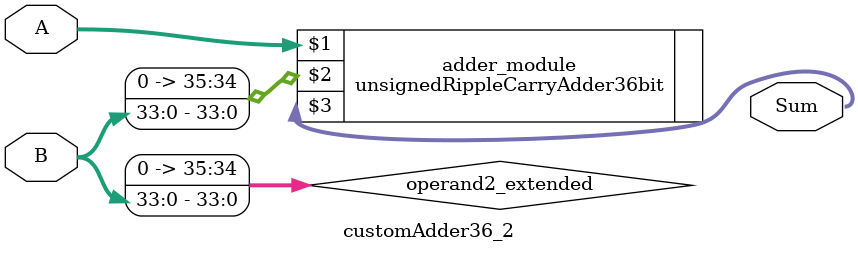
<source format=v>
module customAdder36_2(
                        input [35 : 0] A,
                        input [33 : 0] B,
                        
                        output [36 : 0] Sum
                );

        wire [35 : 0] operand2_extended;
        
        assign operand2_extended =  {2'b0, B};
        
        unsignedRippleCarryAdder36bit adder_module(
            A,
            operand2_extended,
            Sum
        );
        
        endmodule
        
</source>
